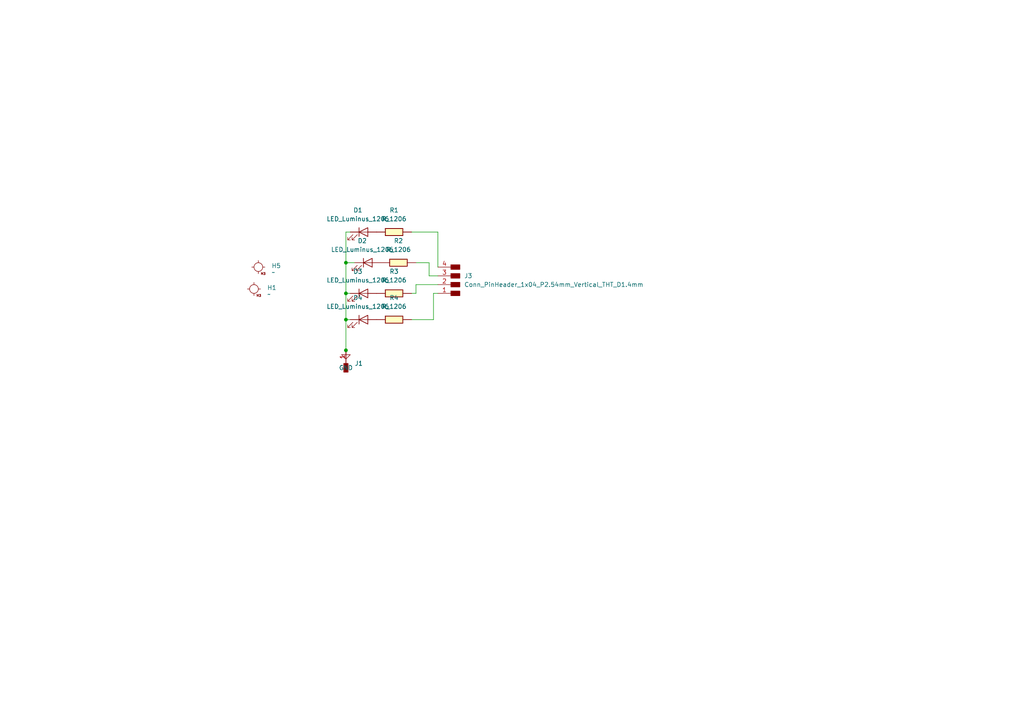
<source format=kicad_sch>
(kicad_sch (version 20231120) (generator "eeschema") (generator_version "8.0")
  (paper "A4")
  (lib_symbols
    (symbol "fab:Conn_PinHeader_1x01_P2.54mm_Vertical_THT_D1mm" (pin_names (offset 1.016) hide)
      (property "Reference" "J" (at 0 2.54 0))
      (property "Value" "Conn_PinHeader_1x01_P2.54mm_Vertical_THT_D1mm" (at 0 -2.54 0))
      (symbol "Conn_PinHeader_1x01_P2.54mm_Vertical_THT_D1mm_1_1"
        (rectangle (start -1.27 0.635) (end 1.27 -0.635) (stroke (width 0.1524)) (fill (type outline)))
        (pin passive line (at 5.08 0 180) (length 3.81) (name "Pin_1") (number "1"))
      )
    )
    (symbol "fab:Conn_PinHeader_1x04_P2.54mm_Vertical_THT_D1.4mm" (pin_names hide)
      (property "Reference" "J" (at 0 5.08 0))
      (property "Value" "Conn_PinHeader_1x04_P2.54mm_Vertical_THT_D1.4mm" (at 0 -7.62 0))
      (symbol "Conn_PinHeader_1x04_P2.54mm_Vertical_THT_D1.4mm_1_1"
        (rectangle (start -1.27 -4.445) (end 1.27 -5.715) (stroke (width 0.254)) (fill (type outline)))
        (rectangle (start -1.27 -1.905) (end 1.27 -3.175) (stroke (width 0.254)) (fill (type outline)))
        (rectangle (start -1.27 0.635) (end 1.27 -0.635) (stroke (width 0.254)) (fill (type outline)))
        (rectangle (start -1.27 3.175) (end 1.27 1.905) (stroke (width 0.254)) (fill (type outline)))
        (pin passive line (at 5.08 2.54 180) (length 3.81) (name "Pin_1") (number "1"))
        (pin passive line (at 5.08 0 180) (length 3.81) (name "Pin_2") (number "2"))
        (pin passive line (at 5.08 -2.54 180) (length 3.81) (name "Pin_3") (number "3"))
        (pin passive line (at 5.08 -5.08 180) (length 3.81) (name "Pin_4") (number "4"))
      )
    )
    (symbol "fab:LED_Luminus_1206" (pin_numbers hide) (pin_names (offset 1.016) hide)
      (property "Reference" "D" (at 0 2.54 0))
      (property "Value" "LED_Luminus_1206" (at 0 -2.54 0))
      (symbol "LED_Luminus_1206_0_1"
        (polyline (pts (xy -1.27 -1.27) (xy -1.27 1.27)) (stroke (width 0.2032)))
        (polyline (pts (xy -1.27 0) (xy 1.27 0)))
        (polyline (pts (xy 1.27 -1.27) (xy 1.27 1.27) (xy -1.27 0) (xy 1.27 -1.27)) (stroke (width 0.2032)))
        (polyline (pts (xy -3.048 -0.762) (xy -4.572 -2.286) (xy -3.81 -2.286) (xy -4.572 -2.286) (xy -4.572 -1.524)))
        (polyline (pts (xy -1.778 -0.762) (xy -3.302 -2.286) (xy -2.54 -2.286) (xy -3.302 -2.286) (xy -3.302 -1.524)))
      )
      (symbol "LED_Luminus_1206_1_1"
        (pin passive line (at -3.81 0 0) (length 2.54) (name "K") (number "1"))
        (pin passive line (at 3.81 0 180) (length 2.54) (name "A") (number "2"))
      )
    )
    (symbol "fab:MountingHole_M3" (pin_numbers hide) (pin_names (offset 0))
      (property "Reference" "H" (at 0 0 0))
      (symbol "MountingHole_M3_0_1"
        (polyline (pts (xy -1.27 0) (xy -1.905 0)))
        (polyline (pts (xy 0 -1.27) (xy 0 -1.905)))
        (polyline (pts (xy 0 1.27) (xy 0 1.905)))
        (polyline (pts (xy 1.27 0) (xy 1.905 0)))
        (circle (center 0 0) (radius 1.27))
      )
      (symbol "MountingHole_M3_1_1"
        (text "M3" (at 0.635 -1.905 0) (effects (font (size 0.635 0.635)) (justify left)))
      )
    )
    (symbol "fab:R_1206" (pin_numbers hide) (pin_names (offset 0))
      (property "Reference" "R" (at 2.54 0 90))
      (property "Value" "R_1206" (at -2.54 0 90))
      (symbol "R_1206_0_1"
        (rectangle (start -1.016 -2.54) (end 1.016 2.54) (stroke (width 0.254)) (fill (type background)))
      )
      (symbol "R_1206_1_1"
        (pin passive line (at 0 5.08 270) (length 2.54) (name "~") (number "1"))
        (pin passive line (at 0 -5.08 90) (length 2.54) (name "~") (number "2"))
      )
    )
    (symbol "power:GND" (power) (pin_numbers hide) (pin_names (offset 0) hide)
      (property "Value" "GND" (at 0 -3.81 0))
      (symbol "GND_0_1"
        (polyline (pts (xy 0 0) (xy 0 -1.27) (xy 1.27 -1.27) (xy 0 -2.54) (xy -1.27 -1.27) (xy 0 -1.27)))
      )
      (symbol "GND_1_1"
        (pin power_in line (at 0 0 270) (length 0) (name "~") (number "1"))
      )
    )
  )
  (junction (at 100.33 101.6))
  (junction (at 100.33 92.71))
  (junction (at 100.33 85.09))
  (junction (at 100.33 76.2))
  (wire (pts (xy 100.33 85.09) (xy 100.33 92.71)))
  (wire (pts (xy 119.38 85.09) (xy 120.65 85.09)))
  (wire (pts (xy 102.87 76.2) (xy 100.33 76.2)))
  (wire (pts (xy 127 82.55) (xy 120.65 82.55)))
  (wire (pts (xy 127 77.47) (xy 127 67.31)))
  (wire (pts (xy 119.38 67.31) (xy 127 67.31)))
  (wire (pts (xy 100.33 67.31) (xy 100.33 76.2)))
  (wire (pts (xy 125.73 85.09) (xy 127 85.09)))
  (wire (pts (xy 101.6 67.31) (xy 100.33 67.31)))
  (wire (pts (xy 101.6 85.09) (xy 100.33 85.09)))
  (wire (pts (xy 100.33 92.71) (xy 100.33 101.6)))
  (wire (pts (xy 120.65 76.2) (xy 124.46 76.2)))
  (wire (pts (xy 100.33 76.2) (xy 100.33 85.09)))
  (wire (pts (xy 124.46 76.2) (xy 124.46 80.01)))
  (wire (pts (xy 120.65 82.55) (xy 120.65 85.09)))
  (wire (pts (xy 119.38 92.71) (xy 125.73 92.71)))
  (wire (pts (xy 124.46 80.01) (xy 127 80.01)))
  (wire (pts (xy 100.33 92.71) (xy 101.6 92.71)))
  (wire (pts (xy 125.73 92.71) (xy 125.73 85.09)))
  (symbol (lib_id "fab:Conn_PinHeader_1x04_P2.54mm_Vertical_THT_D1.4mm") (at 132.08 82.55 180) (unit 1)
    (property "Reference" "J3" (at 134.62 80.0099 0) (effects (justify right)))
    (property "Value" "Conn_PinHeader_1x04_P2.54mm_Vertical_THT_D1.4mm" (at 134.62 82.5499 0) (effects (justify right)))
    (property "Footprint" "fab:PinHeader_1x04_P2.54mm_Vertical_THT_D1.4mm" (effects (hide yes)))
    (property "Description" "Male connector, single row" (effects (hide yes)))
  )
  (symbol (lib_id "fab:LED_Luminus_1206") (at 106.68 76.2 0) (unit 1)
    (property "Reference" "D2" (at 105.0798 69.85 0))
    (property "Value" "LED_Luminus_1206" (at 105.0798 72.39 0))
    (property "Footprint" "fab:LED_Luminus_1206" (effects (hide yes)))
    (property "Datasheet" "https://download.luminus.com/datasheets/Luminus_MP3014_1100_Datasheet.pdf" (effects (hide yes)))
    (property "Description" "LED Lighting - White, Cool 5000K 2.85V 60mA 110° 1206 (3014 Metric)" (effects (hide yes)))
  )
  (symbol (lib_id "fab:R_1206") (at 115.57 76.2 90) (unit 1)
    (property "Reference" "R2" (at 115.57 69.85 90))
    (property "Value" "R_1206" (at 115.57 72.39 90))
    (property "Footprint" "fab:R_1206" (effects (hide yes)))
    (property "Description" "Resistor" (effects (hide yes)))
  )
  (symbol (lib_id "fab:MountingHole_M3") (at 73.66 83.82 0) (unit 1)
    (property "Reference" "H1" (at 77.47 83.4403 0) (effects (justify left)))
    (property "Value" "~" (at 77.47 85.3454 0) (effects (justify left)))
    (property "Footprint" "fab:MountingHole_M3" (effects (hide yes)))
  )
  (symbol (lib_id "fab:LED_Luminus_1206") (at 105.41 92.71 0) (unit 1)
    (property "Reference" "D4" (at 103.8098 86.36 0))
    (property "Value" "LED_Luminus_1206" (at 103.8098 88.9 0))
    (property "Footprint" "fab:LED_Luminus_1206" (effects (hide yes)))
    (property "Datasheet" "https://download.luminus.com/datasheets/Luminus_MP3014_1100_Datasheet.pdf" (effects (hide yes)))
    (property "Description" "LED Lighting - White, Cool 5000K 2.85V 60mA 110° 1206 (3014 Metric)" (effects (hide yes)))
  )
  (symbol (lib_id "power:GND") (at 100.33 101.6 0) (unit 1)
    (property "Reference" "#PWR01" (effects (hide yes)))
    (property "Value" "GND" (at 100.33 106.68 0))
    (property "Description" "Power symbol creates a global label with name \"GND\" , ground" (effects (hide yes)))
  )
  (symbol (lib_id "fab:R_1206") (at 114.3 67.31 90) (unit 1)
    (property "Reference" "R1" (at 114.3 60.96 90))
    (property "Value" "R_1206" (at 114.3 63.5 90))
    (property "Footprint" "fab:R_1206" (effects (hide yes)))
    (property "Description" "Resistor" (effects (hide yes)))
  )
  (symbol (lib_id "fab:MountingHole_M3") (at 74.93 77.47 0) (unit 1)
    (property "Reference" "H5" (at 78.74 77.0903 0) (effects (justify left)))
    (property "Value" "~" (at 78.74 78.9954 0) (effects (justify left)))
    (property "Footprint" "fab:MountingHole_M3" (effects (hide yes)))
  )
  (symbol (lib_id "fab:R_1206") (at 114.3 85.09 90) (unit 1)
    (property "Reference" "R3" (at 114.3 78.74 90))
    (property "Value" "R_1206" (at 114.3 81.28 90))
    (property "Footprint" "fab:R_1206" (effects (hide yes)))
    (property "Description" "Resistor" (effects (hide yes)))
  )
  (symbol (lib_id "fab:LED_Luminus_1206") (at 105.41 85.09 0) (unit 1)
    (property "Reference" "D3" (at 103.8098 78.74 0))
    (property "Value" "LED_Luminus_1206" (at 103.8098 81.28 0))
    (property "Footprint" "fab:LED_Luminus_1206" (effects (hide yes)))
    (property "Datasheet" "https://download.luminus.com/datasheets/Luminus_MP3014_1100_Datasheet.pdf" (effects (hide yes)))
    (property "Description" "LED Lighting - White, Cool 5000K 2.85V 60mA 110° 1206 (3014 Metric)" (effects (hide yes)))
  )
  (symbol (lib_id "fab:R_1206") (at 114.3 92.71 90) (unit 1)
    (property "Reference" "R4" (at 114.3 86.36 90))
    (property "Value" "R_1206" (at 114.3 88.9 90))
    (property "Footprint" "fab:R_1206" (effects (hide yes)))
    (property "Description" "Resistor" (effects (hide yes)))
  )
  (symbol (lib_id "fab:Conn_PinHeader_1x01_P2.54mm_Vertical_THT_D1mm") (at 100.33 106.68 90) (unit 1)
    (property "Reference" "J1" (at 102.87 105.4099 90) (effects (justify right)))
    (property "Value" "Conn_PinHeader_1x01_P2.54mm_Vertical_THT_D1mm" (effects (hide yes)))
    (property "Footprint" "fab:PinHeader_1x01_P2.54mm_Vertical_THT_D1mm" (effects (hide yes)))
    (property "Description" "Connector pin header 2.54mm pitch vertical tht" (effects (hide yes)))
  )
  (symbol (lib_id "fab:LED_Luminus_1206") (at 105.41 67.31 0) (unit 1)
    (property "Reference" "D1" (at 103.8098 60.96 0))
    (property "Value" "LED_Luminus_1206" (at 103.8098 63.5 0))
    (property "Footprint" "fab:LED_Luminus_1206" (effects (hide yes)))
    (property "Datasheet" "https://download.luminus.com/datasheets/Luminus_MP3014_1100_Datasheet.pdf" (effects (hide yes)))
    (property "Description" "LED Lighting - White, Cool 5000K 2.85V 60mA 110° 1206 (3014 Metric)" (effects (hide yes)))
  )
)
</source>
